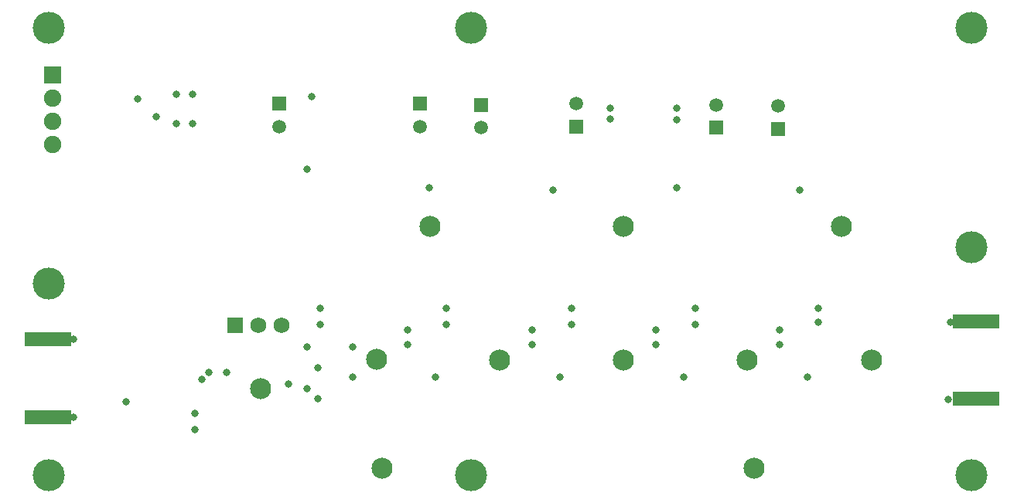
<source format=gbs>
G04*
G04 #@! TF.GenerationSoftware,Altium Limited,Altium Designer,19.0.15 (446)*
G04*
G04 Layer_Color=16711935*
%FSLAX25Y25*%
%MOIN*%
G70*
G01*
G75*
%ADD33R,0.20485X0.06312*%
%ADD42C,0.09068*%
%ADD43R,0.05918X0.05918*%
%ADD44C,0.05918*%
%ADD45C,0.06902*%
%ADD46R,0.06902X0.06902*%
%ADD47R,0.07493X0.07493*%
%ADD48C,0.07493*%
%ADD49C,0.03162*%
%ADD50C,0.13792*%
D33*
X110000Y296685D02*
D03*
Y330150D02*
D03*
X509842Y337910D02*
D03*
Y304445D02*
D03*
D42*
X414370Y274606D02*
D03*
X253937D02*
D03*
X304500Y321417D02*
D03*
X358000D02*
D03*
X411350D02*
D03*
X464850D02*
D03*
X358000Y378937D02*
D03*
X251500Y321677D02*
D03*
X201500Y308917D02*
D03*
X274606Y378937D02*
D03*
X451772D02*
D03*
D43*
X424437Y421083D02*
D03*
X296587Y431331D02*
D03*
X397937Y421504D02*
D03*
X337437Y422004D02*
D03*
X209587Y431831D02*
D03*
X270087D02*
D03*
D44*
X424437Y430925D02*
D03*
X296587Y421488D02*
D03*
X397937Y431347D02*
D03*
X337437Y431847D02*
D03*
X209587Y421988D02*
D03*
X270087D02*
D03*
D45*
X210500Y336339D02*
D03*
X200500D02*
D03*
D46*
X190500D02*
D03*
D47*
X112000Y444421D02*
D03*
D48*
Y434421D02*
D03*
Y424421D02*
D03*
Y414421D02*
D03*
D49*
X221457Y403543D02*
D03*
X380906Y395669D02*
D03*
X441929Y337598D02*
D03*
Y343504D02*
D03*
X388779Y336614D02*
D03*
Y343504D02*
D03*
X335630Y336614D02*
D03*
Y343504D02*
D03*
X281496Y336614D02*
D03*
Y343504D02*
D03*
X498032Y304134D02*
D03*
X499016Y337598D02*
D03*
X121063Y296685D02*
D03*
Y330150D02*
D03*
X156496Y426181D02*
D03*
X172244Y423228D02*
D03*
X165354D02*
D03*
X172244Y436024D02*
D03*
X165354D02*
D03*
X148622Y434055D02*
D03*
X223425Y435039D02*
D03*
X380906Y424925D02*
D03*
Y429925D02*
D03*
X352362D02*
D03*
Y425197D02*
D03*
X143701Y303150D02*
D03*
X187008Y315945D02*
D03*
X176181Y312992D02*
D03*
X179134Y315945D02*
D03*
X173228Y291339D02*
D03*
Y298228D02*
D03*
X213583Y311024D02*
D03*
X226378Y317913D02*
D03*
Y304445D02*
D03*
X227362Y343504D02*
D03*
Y336614D02*
D03*
X221457Y327067D02*
D03*
Y308917D02*
D03*
X241142Y326772D02*
D03*
Y313917D02*
D03*
X274150Y395669D02*
D03*
X327650Y394685D02*
D03*
X434055D02*
D03*
X330500Y313917D02*
D03*
X318500Y334417D02*
D03*
Y327917D02*
D03*
X383850Y313917D02*
D03*
X371850Y334417D02*
D03*
Y327917D02*
D03*
X437350Y313917D02*
D03*
X425350Y334417D02*
D03*
Y327917D02*
D03*
X265000D02*
D03*
Y334417D02*
D03*
X277000Y313917D02*
D03*
D50*
X507874Y370079D02*
D03*
X110236Y354331D02*
D03*
X292323Y271654D02*
D03*
X292323Y464567D02*
D03*
X110236D02*
D03*
X110236Y271654D02*
D03*
X507874D02*
D03*
Y464567D02*
D03*
M02*

</source>
